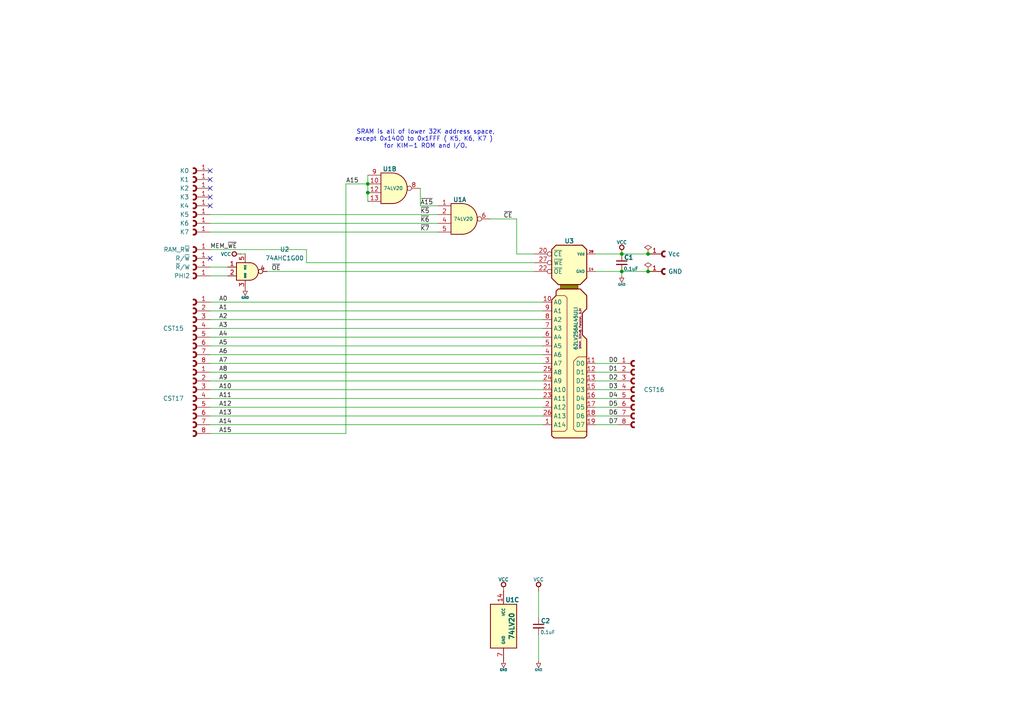
<source format=kicad_sch>
(kicad_sch (version 20250114) (generator "eeschema") (generator_version "9.0")
  (paper "A4")
  (title_block (title "SRAM Module, 32Kx8, for KIM-1") (rev "A") (company "Circuit Monkey"))
  (lib_symbols
    (symbol "74LS20_1" (pin_names (offset 1.016))
      (property "Reference" "U" (at 2.54 7.62 0))
      (property "Value" "74LS20" (at 2.4 0 90))
      (symbol "74LS20_1_1_1"
        (arc (start -0.635 4.445) (mid 3.7907 0) (end -0.635 -4.445) (stroke (width 0.254)) (fill (type background)))
        (polyline (pts (xy -0.635 4.445) (xy -3.81 4.445) (xy -3.81 -4.445) (xy -0.635 -4.445)) (stroke (width 0.254)) (fill (type background)))
        (pin input line (at -7.62 3.81 0) (length 3.81) (name "~") (number "1"))
        (pin input line (at -7.62 1.27 0) (length 3.81) (name "~") (number "2"))
        (pin input line (at -7.62 -1.27 0) (length 3.81) (name "~") (number "4"))
        (pin input line (at -7.62 -3.81 0) (length 3.81) (name "~") (number "5"))
        (pin output inverted (at 7.62 0 180) (length 3.81) (name "~") (number "6"))
      )
      (symbol "74LS20_1_1_2"
        (arc (start -3.81 4.445) (mid -2.5908 0) (end -3.81 -4.445) (stroke (width 0.254)))
        (polyline (pts (xy -3.81 4.445) (xy -0.635 4.445)) (stroke (width 0.254)) (fill (type background)))
        (polyline (pts (xy -3.81 -4.445) (xy -0.635 -4.445)) (stroke (width 0.254)) (fill (type background)))
        (arc (start -0.6096 4.445) (mid 2.2198 2.8385) (end 3.81 0) (stroke (width 0.254)) (fill (type background)))
        (arc (start 3.81 0) (mid 2.224 -2.8428) (end -0.6096 -4.445) (stroke (width 0.254)) (fill (type background)))
        (polyline (pts (xy -0.635 4.445) (xy -3.81 4.445) (xy -3.81 4.445) (xy -3.6322 4.0894) (xy -3.0988 2.921) (xy -2.7686 1.6764) (xy -2.6162 0.4318) (xy -2.6416 -0.8636) (xy -2.8702 -2.1082) (xy -3.2512 -3.3274) (xy -3.81 -4.445) (xy -3.81 -4.445) (xy -0.635 -4.445)) (stroke (width -25.4)) (fill (type background)))
        (pin input inverted (at -7.62 3.81 0) (length 3.81) (name "~") (number "1"))
        (pin input inverted (at -7.62 1.27 0) (length 4.826) (name "~") (number "2"))
        (pin input inverted (at -7.62 -1.27 0) (length 4.826) (name "~") (number "4"))
        (pin input inverted (at -7.62 -3.81 0) (length 3.81) (name "~") (number "5"))
        (pin output line (at 7.62 0 180) (length 3.81) (name "~") (number "6"))
      )
      (symbol "74LS20_1_2_1"
        (arc (start -0.635 4.445) (mid 3.7907 0) (end -0.635 -4.445) (stroke (width 0.254)) (fill (type background)))
        (polyline (pts (xy -0.635 4.445) (xy -3.81 4.445) (xy -3.81 -4.445) (xy -0.635 -4.445)) (stroke (width 0.254)) (fill (type background)))
        (pin input line (at -7.62 3.81 0) (length 3.81) (name "~") (number "9"))
        (pin input line (at -7.62 1.27 0) (length 3.81) (name "~") (number "10"))
        (pin input line (at -7.62 -1.27 0) (length 3.81) (name "~") (number "12"))
        (pin input line (at -7.62 -3.81 0) (length 3.81) (name "~") (number "13"))
        (pin output inverted (at 7.62 0 180) (length 3.81) (name "~") (number "8"))
      )
      (symbol "74LS20_1_2_2"
        (arc (start -3.81 4.445) (mid -2.5908 0) (end -3.81 -4.445) (stroke (width 0.254)))
        (polyline (pts (xy -3.81 4.445) (xy -0.635 4.445)) (stroke (width 0.254)) (fill (type background)))
        (polyline (pts (xy -3.81 -4.445) (xy -0.635 -4.445)) (stroke (width 0.254)) (fill (type background)))
        (arc (start -0.6096 4.445) (mid 2.2198 2.8385) (end 3.81 0) (stroke (width 0.254)) (fill (type background)))
        (arc (start 3.81 0) (mid 2.224 -2.8428) (end -0.6096 -4.445) (stroke (width 0.254)) (fill (type background)))
        (polyline (pts (xy -0.635 4.445) (xy -3.81 4.445) (xy -3.81 4.445) (xy -3.6322 4.0894) (xy -3.0988 2.921) (xy -2.7686 1.6764) (xy -2.6162 0.4318) (xy -2.6416 -0.8636) (xy -2.8702 -2.1082) (xy -3.2512 -3.3274) (xy -3.81 -4.445) (xy -3.81 -4.445) (xy -0.635 -4.445)) (stroke (width -25.4)) (fill (type background)))
        (pin input inverted (at -7.62 3.81 0) (length 3.81) (name "~") (number "9"))
        (pin input inverted (at -7.62 1.27 0) (length 4.826) (name "~") (number "10"))
        (pin input inverted (at -7.62 -1.27 0) (length 4.826) (name "~") (number "12"))
        (pin input inverted (at -7.62 -3.81 0) (length 3.81) (name "~") (number "13"))
        (pin output line (at 7.62 0 180) (length 3.81) (name "~") (number "8"))
      )
      (symbol "74LS20_1_3_0"
        (pin power_in line (at 0 10.16 270) (length 3.81) (name "VCC") (number "14"))
        (pin power_in line (at 0 -10.16 90) (length 3.81) (name "GND") (number "7"))
      )
      (symbol "74LS20_1_3_1"
        (rectangle (start -3.81 6.35) (end 3.81 -6.35) (stroke (width 0.254)) (fill (type background)))
      )
    )
    (symbol "CM_74xGxx_Symbols:74AHC1G00"
      (property "Reference" "U" (at -2.54 3.81 0))
      (property "Value" "74AHC1G00" (at 0 -3.81 0))
      (symbol "74AHC1G00_0_1"
        (arc (start 1.27 2.54) (mid 3.81 0) (end 1.27 -2.54) (stroke (width 0.254)) (fill (type background)))
        (polyline (pts (xy 1.27 -2.54) (xy -2.54 -2.54) (xy -2.54 2.54) (xy 1.27 2.54)) (stroke (width 0.254)) (fill (type background)))
      )
      (symbol "74AHC1G00_1_1"
        (pin input line (at -5.08 1.27 0) (length 2.54) (name "~") (number "1"))
        (pin input line (at -5.08 -1.27 0) (length 2.54) (name "~") (number "2"))
        (pin power_in line (at 0 5.08 270) (length 2.54) (name "VCC") (number "5"))
        (pin power_in line (at 0 -5.08 90) (length 2.54) (name "GND") (number "3"))
        (pin output inverted (at 6.35 0 180) (length 2.54) (name "~") (number "4"))
      )
    )
    (symbol "CM_74xx:74LS20" (pin_names (offset 1.016))
      (property "Reference" "U" (at 0 1.27 0))
      (property "Value" "74LS20" (at 0 -1.27 0))
      (symbol "74LS20_1_1"
        (arc (start -0.635 4.445) (mid 3.7907 0) (end -0.635 -4.445) (stroke (width 0.254)) (fill (type background)))
        (polyline (pts (xy -0.635 4.445) (xy -3.81 4.445) (xy -3.81 -4.445) (xy -0.635 -4.445)) (stroke (width 0.254)) (fill (type background)))
        (pin input line (at -7.62 3.81 0) (length 3.81) (name "~") (number "1"))
        (pin input line (at -7.62 1.27 0) (length 3.81) (name "~") (number "2"))
        (pin input line (at -7.62 -1.27 0) (length 3.81) (name "~") (number "4"))
        (pin input line (at -7.62 -3.81 0) (length 3.81) (name "~") (number "5"))
        (pin output inverted (at 7.62 0 180) (length 3.81) (name "~") (number "6"))
      )
      (symbol "74LS20_1_2"
        (arc (start -3.81 4.445) (mid -2.5908 0) (end -3.81 -4.445) (stroke (width 0.254)))
        (polyline (pts (xy -3.81 4.445) (xy -0.635 4.445)) (stroke (width 0.254)) (fill (type background)))
        (polyline (pts (xy -3.81 -4.445) (xy -0.635 -4.445)) (stroke (width 0.254)) (fill (type background)))
        (arc (start -0.6096 4.445) (mid 2.2198 2.8385) (end 3.81 0) (stroke (width 0.254)) (fill (type background)))
        (arc (start 3.81 0) (mid 2.224 -2.8428) (end -0.6096 -4.445) (stroke (width 0.254)) (fill (type background)))
        (polyline (pts (xy -0.635 4.445) (xy -3.81 4.445) (xy -3.81 4.445) (xy -3.6322 4.0894) (xy -3.0988 2.921) (xy -2.7686 1.6764) (xy -2.6162 0.4318) (xy -2.6416 -0.8636) (xy -2.8702 -2.1082) (xy -3.2512 -3.3274) (xy -3.81 -4.445) (xy -3.81 -4.445) (xy -0.635 -4.445)) (stroke (width -25.4)) (fill (type background)))
        (pin input inverted (at -7.62 3.81 0) (length 3.81) (name "~") (number "1"))
        (pin input inverted (at -7.62 1.27 0) (length 4.826) (name "~") (number "2"))
        (pin input inverted (at -7.62 -1.27 0) (length 4.826) (name "~") (number "4"))
        (pin input inverted (at -7.62 -3.81 0) (length 3.81) (name "~") (number "5"))
        (pin output line (at 7.62 0 180) (length 3.81) (name "~") (number "6"))
      )
      (symbol "74LS20_2_1"
        (arc (start -0.635 4.445) (mid 3.7907 0) (end -0.635 -4.445) (stroke (width 0.254)) (fill (type background)))
        (polyline (pts (xy -0.635 4.445) (xy -3.81 4.445) (xy -3.81 -4.445) (xy -0.635 -4.445)) (stroke (width 0.254)) (fill (type background)))
        (pin input line (at -7.62 3.81 0) (length 3.81) (name "~") (number "9"))
        (pin input line (at -7.62 1.27 0) (length 3.81) (name "~") (number "10"))
        (pin input line (at -7.62 -1.27 0) (length 3.81) (name "~") (number "12"))
        (pin input line (at -7.62 -3.81 0) (length 3.81) (name "~") (number "13"))
        (pin output inverted (at 7.62 0 180) (length 3.81) (name "~") (number "8"))
      )
      (symbol "74LS20_2_2"
        (arc (start -3.81 4.445) (mid -2.5908 0) (end -3.81 -4.445) (stroke (width 0.254)))
        (polyline (pts (xy -3.81 4.445) (xy -0.635 4.445)) (stroke (width 0.254)) (fill (type background)))
        (polyline (pts (xy -3.81 -4.445) (xy -0.635 -4.445)) (stroke (width 0.254)) (fill (type background)))
        (arc (start -0.6096 4.445) (mid 2.2198 2.8385) (end 3.81 0) (stroke (width 0.254)) (fill (type background)))
        (arc (start 3.81 0) (mid 2.224 -2.8428) (end -0.6096 -4.445) (stroke (width 0.254)) (fill (type background)))
        (polyline (pts (xy -0.635 4.445) (xy -3.81 4.445) (xy -3.81 4.445) (xy -3.6322 4.0894) (xy -3.0988 2.921) (xy -2.7686 1.6764) (xy -2.6162 0.4318) (xy -2.6416 -0.8636) (xy -2.8702 -2.1082) (xy -3.2512 -3.3274) (xy -3.81 -4.445) (xy -3.81 -4.445) (xy -0.635 -4.445)) (stroke (width -25.4)) (fill (type background)))
        (pin input inverted (at -7.62 3.81 0) (length 3.81) (name "~") (number "9"))
        (pin input inverted (at -7.62 1.27 0) (length 4.826) (name "~") (number "10"))
        (pin input inverted (at -7.62 -1.27 0) (length 4.826) (name "~") (number "12"))
        (pin input inverted (at -7.62 -3.81 0) (length 3.81) (name "~") (number "13"))
        (pin output line (at 7.62 0 180) (length 3.81) (name "~") (number "8"))
      )
      (symbol "74LS20_3_0"
        (pin power_in line (at 0 12.7 270) (length 5.08) (name "VCC") (number "14"))
        (pin power_in line (at 0 -12.7 90) (length 5.08) (name "GND") (number "7"))
      )
      (symbol "74LS20_3_1"
        (rectangle (start -5.08 7.62) (end 5.08 -7.62) (stroke (width 0.254)) (fill (type background)))
      )
    )
    (symbol "CM_Connector_Generic:cast-01" (in_bom no)
      (property "Reference" "CST" (at -5.08 0 0))
      (symbol "cast-01_1_1"
        (polyline (pts (xy -2.5 1) (xy -1.875 1) (xy -1.5 0.75) (xy -1.25 0.375) (xy -1.25 -0.375) (xy -1.5 -0.75) (xy -1.875 -1) (xy -2.5 -1) (xy -2.5 -0.5) (xy -2 -0.5) (xy -1.75 -0.25) (xy -1.75 0.25) (xy -2 0.5) (xy -2.5 0.5) (xy -2.5 1)) (stroke (width -0.0001) (color 194 0 0 1)) (fill (type color) (color 132 0 0 1)))
        (pin passive line (at 2.54 0 180) (length 3.81) (name "") (number "1"))
      )
    )
    (symbol "CM_Connector_Generic:cast-08" (in_bom no)
      (property "Reference" "CST" (at -5.08 0 0))
      (symbol "cast-08_1_1"
        (polyline (pts (xy -2.5 8.62) (xy -1.875 8.62) (xy -1.5 8.37) (xy -1.25 7.995) (xy -1.25 7.245) (xy -1.5 6.87) (xy -1.875 6.62) (xy -2.5 6.62) (xy -2.5 7.12) (xy -2 7.12) (xy -1.75 7.37) (xy -1.75 7.87) (xy -2 8.12) (xy -2.5 8.12) (xy -2.5 8.62)) (stroke (width -0.0001) (color 194 0 0 1)) (fill (type color) (color 132 0 0 1)))
        (polyline (pts (xy -2.5 6.08) (xy -1.875 6.08) (xy -1.5 5.83) (xy -1.25 5.455) (xy -1.25 4.705) (xy -1.5 4.33) (xy -1.875 4.08) (xy -2.5 4.08) (xy -2.5 4.58) (xy -2 4.58) (xy -1.75 4.83) (xy -1.75 5.33) (xy -2 5.58) (xy -2.5 5.58) (xy -2.5 6.08)) (stroke (width -0.0001) (color 194 0 0 1)) (fill (type color) (color 132 0 0 1)))
        (polyline (pts (xy -2.5 3.54) (xy -1.875 3.54) (xy -1.5 3.29) (xy -1.25 2.915) (xy -1.25 2.165) (xy -1.5 1.79) (xy -1.875 1.54) (xy -2.5 1.54) (xy -2.5 2.04) (xy -2 2.04) (xy -1.75 2.29) (xy -1.75 2.79) (xy -2 3.04) (xy -2.5 3.04) (xy -2.5 3.54)) (stroke (width -0.0001) (color 194 0 0 1)) (fill (type color) (color 132 0 0 1)))
        (polyline (pts (xy -2.5 1) (xy -1.875 1) (xy -1.5 0.75) (xy -1.25 0.375) (xy -1.25 -0.375) (xy -1.5 -0.75) (xy -1.875 -1) (xy -2.5 -1) (xy -2.5 -0.5) (xy -2 -0.5) (xy -1.75 -0.25) (xy -1.75 0.25) (xy -2 0.5) (xy -2.5 0.5) (xy -2.5 1)) (stroke (width -0.0001) (color 194 0 0 1)) (fill (type color) (color 132 0 0 1)))
        (polyline (pts (xy -2.5 -1.54) (xy -1.875 -1.54) (xy -1.5 -1.79) (xy -1.25 -2.165) (xy -1.25 -2.915) (xy -1.5 -3.29) (xy -1.875 -3.54) (xy -2.5 -3.54) (xy -2.5 -3.04) (xy -2 -3.04) (xy -1.75 -2.79) (xy -1.75 -2.29) (xy -2 -2.04) (xy -2.5 -2.04) (xy -2.5 -1.54)) (stroke (width -0.0001) (color 194 0 0 1)) (fill (type color) (color 132 0 0 1)))
        (polyline (pts (xy -2.5 -4.08) (xy -1.875 -4.08) (xy -1.5 -4.33) (xy -1.25 -4.705) (xy -1.25 -5.455) (xy -1.5 -5.83) (xy -1.875 -6.08) (xy -2.5 -6.08) (xy -2.5 -5.58) (xy -2 -5.58) (xy -1.75 -5.33) (xy -1.75 -4.83) (xy -2 -4.58) (xy -2.5 -4.58) (xy -2.5 -4.08)) (stroke (width -0.0001) (color 194 0 0 1)) (fill (type color) (color 132 0 0 1)))
        (polyline (pts (xy -2.5 -6.62) (xy -1.875 -6.62) (xy -1.5 -6.87) (xy -1.25 -7.245) (xy -1.25 -7.995) (xy -1.5 -8.37) (xy -1.875 -8.62) (xy -2.5 -8.62) (xy -2.5 -8.12) (xy -2 -8.12) (xy -1.75 -7.87) (xy -1.75 -7.37) (xy -2 -7.12) (xy -2.5 -7.12) (xy -2.5 -6.62)) (stroke (width -0.0001) (color 194 0 0 1)) (fill (type color) (color 132 0 0 1)))
        (polyline (pts (xy -2.5 -9.16) (xy -1.875 -9.16) (xy -1.5 -9.41) (xy -1.25 -9.785) (xy -1.25 -10.535) (xy -1.5 -10.91) (xy -1.875 -11.16) (xy -2.5 -11.16) (xy -2.5 -10.66) (xy -2 -10.66) (xy -1.75 -10.41) (xy -1.75 -9.91) (xy -2 -9.66) (xy -2.5 -9.66) (xy -2.5 -9.16)) (stroke (width -0.0001) (color 194 0 0 1)) (fill (type color) (color 132 0 0 1)))
        (pin passive line (at 2.54 7.62 180) (length 3.81) (name "") (number "1"))
        (pin passive line (at 2.54 5.08 180) (length 3.81) (name "") (number "2"))
        (pin passive line (at 2.54 2.54 180) (length 3.81) (name "") (number "3"))
        (pin passive line (at 2.54 0 180) (length 3.81) (name "") (number "4"))
        (pin passive line (at 2.54 -2.54 180) (length 3.81) (name "") (number "5"))
        (pin passive line (at 2.54 -5.08 180) (length 3.81) (name "") (number "6"))
        (pin passive line (at 2.54 -7.62 180) (length 3.81) (name "") (number "7"))
        (pin passive line (at 2.54 -10.16 180) (length 3.81) (name "") (number "8"))
      )
    )
    (symbol "CM_Memory:SRAM_32Kx8"
      (property "Reference" "U" (at 0 49.9 0))
      (property "Value" "62LV256AL45ULI" (at 1.905 25.4 90))
      (property "Description" "SRAM, 32Kx8, Parallel, 3.3V" (at 3.175 25.4 90))
      (symbol "SRAM_32Kx8_0_1"
        (polyline (pts (xy -5.08 -4.445) (xy -1.27 -4.445) (xy -0.635 -3.81) (xy -0.635 34.29) (xy -1.27 34.925) (xy -3.81 34.925)))
        (polyline (pts (xy -3.81 36.195) (xy -3.175 36.83) (xy 3.175 36.83) (xy 5.08 34.925) (xy 5.08 31.115) (xy 3.81 29.845) (xy 3.81 23.495) (xy 5.08 22.225) (xy 5.08 -5.715) (xy 4.445 -6.35) (xy 0 -6.35) (xy -4.445 -6.35) (xy -5.08 -5.715) (xy -5.08 -4.445) (xy -5.08 33.655) (xy -3.81 34.925) (xy -3.81 36.195)) (stroke (width 0.3)) (fill (type background)))
        (polyline (pts (xy 5.08 -4.445) (xy 1.905 -4.445) (xy 1.27 -3.81) (xy 1.27 15.875) (xy 2.54 17.145) (xy 5.08 17.145)))
      )
      (symbol "SRAM_32Kx8_1_1"
        (rectangle (start -2.54 38.1) (end 2.54 36.83) (fill (type color) (color 132 132 0 1)))
        (polyline (pts (xy 2.54 38.1) (xy -3.175 38.1) (xy -5.08 40.005) (xy -5.08 48.26) (xy -3.81 49.53) (xy 3.81 49.53) (xy 5.08 48.26) (xy 5.08 40.005) (xy 3.175 38.1) (xy 2.54 38.1)) (stroke (width 0.3)) (fill (type background)))
        (pin input inverted (at -10.16 46.99 0) (length 5.08) (name "~{CE}") (number "20"))
        (pin input inverted (at -10.16 44.45 0) (length 5.08) (name "~{WE}") (number "27"))
        (pin input inverted (at -10.16 41.91 0) (length 5.08) (name "~{OE}") (number "22"))
        (pin input line (at -7.62 33.02 0) (length 2.54) (name "A0") (number "10"))
        (pin input line (at -7.62 30.48 0) (length 2.54) (name "A1") (number "9"))
        (pin input line (at -7.62 27.94 0) (length 2.54) (name "A2") (number "8"))
        (pin input line (at -7.62 25.4 0) (length 2.54) (name "A3") (number "7"))
        (pin input line (at -7.62 22.86 0) (length 2.54) (name "A4") (number "6"))
        (pin input line (at -7.62 20.32 0) (length 2.54) (name "A5") (number "5"))
        (pin input line (at -7.62 17.78 0) (length 2.54) (name "A6") (number "4"))
        (pin input line (at -7.62 15.24 0) (length 2.54) (name "A7") (number "3"))
        (pin input line (at -7.62 12.7 0) (length 2.54) (name "A8") (number "25"))
        (pin input line (at -7.62 10.16 0) (length 2.54) (name "A9") (number "24"))
        (pin input line (at -7.62 7.62 0) (length 2.54) (name "A10") (number "21"))
        (pin input line (at -7.62 5.08 0) (length 2.54) (name "A11") (number "23"))
        (pin input line (at -7.62 2.54 0) (length 2.54) (name "A12") (number "2"))
        (pin input line (at -7.62 0 0) (length 2.54) (name "A13") (number "26"))
        (pin input line (at -7.62 -2.54 0) (length 2.54) (name "A14") (number "1"))
        (pin power_in line (at 7.62 46.99 180) (length 2.54) (name "Vdd") (number "28"))
        (pin power_in line (at 7.62 41.91 180) (length 2.54) (name "GND") (number "14"))
        (pin tri_state line (at 7.62 15.24 180) (length 2.54) (name "D0") (number "11"))
        (pin tri_state line (at 7.62 12.7 180) (length 2.54) (name "D1") (number "12"))
        (pin tri_state line (at 7.62 10.16 180) (length 2.54) (name "D2") (number "13"))
        (pin tri_state line (at 7.62 7.62 180) (length 2.54) (name "D3") (number "15"))
        (pin tri_state line (at 7.62 5.08 180) (length 2.54) (name "D4") (number "16"))
        (pin tri_state line (at 7.62 2.54 180) (length 2.54) (name "D5") (number "17"))
        (pin tri_state line (at 7.62 0 180) (length 2.54) (name "D6") (number "18"))
        (pin tri_state line (at 7.62 -2.54 180) (length 2.54) (name "D7") (number "19"))
      )
    )
    (symbol "CM_power:GND" (power) (pin_numbers (hide yes)) (pin_names (offset 0) (hide yes))
      (property "Value" "GND" (at 0 -2.1 0))
      (symbol "GND_0_1"
        (polyline (pts (xy 0 0) (xy 0 -0.635) (xy 0.635 -0.635) (xy 0 -1.905) (xy -0.635 -0.635) (xy 0 -0.635)))
      )
      (symbol "GND_1_1"
        (pin power_in line (at 0 0 270) (length 0) (name "~") (number "1"))
      )
    )
    (symbol "CM_power:VCC" (power) (pin_numbers (hide yes)) (pin_names (offset 0) (hide yes))
      (property "Value" "VCC" (at 0 2.794 0))
      (symbol "VCC_0_1"
        (polyline (pts (xy 0 0) (xy 0 1.27)))
      )
      (symbol "VCC_1_1"
        (circle (center 0 1.905) (radius 0.635) (stroke (width 0.3)))
        (pin power_in line (at 0 0 90) (length 0) (name "~") (number "1"))
      )
    )
    (symbol "Device:C_Small" (pin_numbers (hide yes)) (pin_names (offset 0.254) (hide yes))
      (property "Reference" "C" (at 0.254 1.778 0))
      (property "Value" "C_Small" (at 0.254 -2.032 0))
      (symbol "C_Small_0_1"
        (polyline (pts (xy -1.524 0.508) (xy 1.524 0.508)) (stroke (width 0.3048)))
        (polyline (pts (xy -1.524 -0.508) (xy 1.524 -0.508)) (stroke (width 0.3302)))
      )
      (symbol "C_Small_1_1"
        (pin passive line (at 0 2.54 270) (length 2.032) (name "~") (number "1"))
        (pin passive line (at 0 -2.54 90) (length 2.032) (name "~") (number "2"))
      )
    )
    (symbol "power:PWR_FLAG" (power) (pin_numbers (hide yes)) (pin_names (offset 0) (hide yes))
      (property "Value" "PWR_FLAG" (at 0 3.81 0))
      (symbol "PWR_FLAG_0_0"
        (pin power_out line (at 0 0 90) (length 0) (name "~") (number "1"))
      )
      (symbol "PWR_FLAG_0_1"
        (polyline (pts (xy 0 0) (xy 0 1.27) (xy -1.016 1.905) (xy 0 2.54) (xy 1.016 1.905) (xy 0 1.27)))
      )
    )
  )
  (text "SRAM is all of lower 32K address space,\nexcept 0x1400 to 0x1FFF ( K5, K6, K7 ) \nfor KIM-1 ROM and I/O." (at 123.444 40.386 0) (effects (font (size 1.27 1.27))))
  (junction (at 180.34 73.66))
  (junction (at 106.68 55.88))
  (junction (at 180.34 78.74))
  (junction (at 187.96 73.66))
  (junction (at 187.96 78.74))
  (junction (at 106.68 53.34))
  (no_connect (at 60.96 74.93))
  (no_connect (at 60.96 49.53))
  (no_connect (at 60.96 54.61))
  (no_connect (at 60.96 59.69))
  (no_connect (at 60.96 52.07))
  (no_connect (at 60.96 57.15))
  (wire (pts (xy 60.96 72.39) (xy 88.9 72.39)))
  (wire (pts (xy 179.07 123.19) (xy 172.72 123.19)))
  (wire (pts (xy 60.96 90.17) (xy 157.48 90.17)))
  (wire (pts (xy 121.92 59.69) (xy 121.92 54.61)))
  (wire (pts (xy 60.96 100.33) (xy 157.48 100.33)))
  (wire (pts (xy 60.96 80.01) (xy 66.04 80.01)))
  (wire (pts (xy 179.07 120.65) (xy 172.72 120.65)))
  (wire (pts (xy 106.68 53.34) (xy 106.68 55.88)))
  (wire (pts (xy 60.96 95.25) (xy 157.48 95.25)))
  (wire (pts (xy 179.07 105.41) (xy 172.72 105.41)))
  (wire (pts (xy 60.96 87.63) (xy 157.48 87.63)))
  (wire (pts (xy 121.92 59.69) (xy 127 59.69)))
  (wire (pts (xy 172.72 78.74) (xy 180.34 78.74)))
  (wire (pts (xy 60.96 118.11) (xy 157.48 118.11)))
  (wire (pts (xy 106.68 55.88) (xy 106.68 58.42)))
  (wire (pts (xy 69.85 73.66) (xy 71.12 73.66)))
  (wire (pts (xy 60.96 105.41) (xy 157.48 105.41)))
  (wire (pts (xy 60.96 64.77) (xy 127 64.77)))
  (wire (pts (xy 179.07 118.11) (xy 172.72 118.11)))
  (wire (pts (xy 60.96 67.31) (xy 127 67.31)))
  (wire (pts (xy 179.07 107.95) (xy 172.72 107.95)))
  (wire (pts (xy 60.96 115.57) (xy 157.48 115.57)))
  (wire (pts (xy 60.96 110.49) (xy 157.48 110.49)))
  (wire (pts (xy 149.86 73.66) (xy 154.94 73.66)))
  (wire (pts (xy 60.96 77.47) (xy 66.04 77.47)))
  (wire (pts (xy 156.21 171.45) (xy 156.21 179.07)))
  (wire (pts (xy 88.9 76.2) (xy 154.94 76.2)))
  (wire (pts (xy 60.96 92.71) (xy 157.48 92.71)))
  (wire (pts (xy 77.47 78.74) (xy 154.94 78.74)))
  (wire (pts (xy 142.24 63.5) (xy 149.86 63.5)))
  (wire (pts (xy 172.72 73.66) (xy 180.34 73.66)))
  (wire (pts (xy 180.34 78.74) (xy 187.96 78.74)))
  (wire (pts (xy 180.34 80.01) (xy 180.34 78.74)))
  (wire (pts (xy 88.9 72.39) (xy 88.9 76.2)))
  (wire (pts (xy 149.86 63.5) (xy 149.86 73.66)))
  (wire (pts (xy 100.33 53.34) (xy 100.33 125.73)))
  (wire (pts (xy 60.96 123.19) (xy 157.48 123.19)))
  (wire (pts (xy 179.07 110.49) (xy 172.72 110.49)))
  (wire (pts (xy 60.96 113.03) (xy 157.48 113.03)))
  (wire (pts (xy 60.96 120.65) (xy 157.48 120.65)))
  (wire (pts (xy 179.07 115.57) (xy 172.72 115.57)))
  (wire (pts (xy 60.96 97.79) (xy 157.48 97.79)))
  (wire (pts (xy 60.96 107.95) (xy 157.48 107.95)))
  (wire (pts (xy 106.68 50.8) (xy 106.68 53.34)))
  (wire (pts (xy 156.21 191.77) (xy 156.21 184.15)))
  (wire (pts (xy 180.34 73.66) (xy 187.96 73.66)))
  (wire (pts (xy 100.33 53.34) (xy 106.68 53.34)))
  (wire (pts (xy 60.96 62.23) (xy 127 62.23)))
  (wire (pts (xy 60.96 102.87) (xy 157.48 102.87)))
  (wire (pts (xy 60.96 125.73) (xy 100.33 125.73)))
  (wire (pts (xy 179.07 113.03) (xy 172.72 113.03)))
  (label "D4" (at 176.53 115.57 0))
  (label "A9" (at 63.5 110.49 0))
  (label "~{K7}" (at 121.92 67.31 0))
  (label "D3" (at 176.53 113.03 0))
  (label "A1" (at 63.5 90.17 0))
  (label "~{OE}" (at 78.74 78.74 0))
  (label "A15" (at 100.33 53.34 0))
  (label "D5" (at 176.53 118.11 0))
  (label "A11" (at 63.5 115.57 0))
  (label "A15" (at 63.5 125.73 0))
  (label "A10" (at 63.5 113.03 0))
  (label "A12" (at 63.5 118.11 0))
  (label "A13" (at 63.5 120.65 0))
  (label "A3" (at 63.5 95.25 0))
  (label "D2" (at 176.53 110.49 0))
  (label "A7" (at 63.5 105.41 0))
  (label "~{K6}" (at 121.92 64.77 0))
  (label "A0" (at 63.5 87.63 0))
  (label "~{CE}" (at 146.05 63.5 0))
  (label "~{K5}" (at 121.92 62.23 0))
  (label "A14" (at 63.5 123.19 0))
  (label "~{A15}" (at 121.92 59.69 0))
  (label "A5" (at 63.5 100.33 0))
  (label "D7" (at 176.53 123.19 0))
  (label "A6" (at 63.5 102.87 0))
  (label "D6" (at 176.53 120.65 0))
  (label "A2" (at 63.5 92.71 0))
  (label "D1" (at 176.53 107.95 0))
  (label "A4" (at 63.5 97.79 0))
  (label "D0" (at 176.53 105.41 0))
  (label "A8" (at 63.5 107.95 0))
  (label "MEM_~{WE}" (at 60.96 72.39 0))
  (symbol (lib_id "CM_Connector_Generic:cast-01") (at 58.42 59.69 0) (unit 1) (in_bom no)
    (property "Reference" "CST5" (effects (hide yes)))
    (property "Value" "K4" (at 54.864 59.69 0) (effects (justify right)))
    (property "Footprint" "CM_Connector_Castelated:cast-2.0-01P" (effects (hide yes)))
    (property "Description" "Castelated PCB Edge - 2.0mm - 1P" (effects (hide yes)))
  )
  (symbol (lib_id "CM_power:GND") (at 156.21 191.77 0) (unit 1)
    (property "Reference" "#PWR08" (effects (hide yes)))
    (property "Value" "GND" (at 156.21 193.87 0) (effects (font (size 0.7 0.7)) (justify top)))
    (property "Description" "Power symbol creates a global label with name \"GND\" , ground" (effects (hide yes)))
  )
  (symbol (lib_id "CM_Connector_Generic:cast-01") (at 58.42 80.01 0) (unit 1) (in_bom no)
    (property "Reference" "CST14" (effects (hide yes)))
    (property "Value" "PHI2" (at 55.118 80.01 0) (effects (justify right)))
    (property "Footprint" "CM_Connector_Castelated:cast-2.0-01P" (effects (hide yes)))
    (property "Description" "Castelated PCB Edge - 2.0mm - 1P" (effects (hide yes)))
  )
  (symbol (lib_id "CM_power:GND") (at 180.34 80.01 0) (unit 1)
    (property "Reference" "#PWR03" (effects (hide yes)))
    (property "Value" "GND" (at 180.34 82.11 0) (effects (font (size 0.7 0.7)) (justify top)))
    (property "Description" "Power symbol creates a global label with name \"GND\" , ground" (effects (hide yes)))
  )
  (symbol (lib_id "Device:C_Small") (at 180.34 76.2 0) (unit 1)
    (property "Reference" "C1" (at 180.848 74.676 0) (effects (font (thickness 0.254) (bold yes)) (justify left)))
    (property "Value" "0.1uF" (at 180.848 77.978 0) (effects (font (size 1 1)) (justify left)))
    (property "Footprint" "Capacitor_SMD:C_0603_1608Metric" (effects (hide yes)))
    (property "Description" "Unpolarized capacitor, small symbol" (effects (hide yes)))
  )
  (symbol (lib_id "CM_Connector_Generic:cast-08") (at 58.42 115.57 0) (unit 1) (in_bom no)
    (property "Reference" "CST17" (at 53.34 115.57 0) (effects (justify right)))
    (property "Value" "DATA I/O" (effects (hide yes)))
    (property "Footprint" "CM_Connector_Castelated:cast-2.0-08P" (effects (hide yes)))
    (property "Description" "Castelated PCB Edge - 2mm Pitch - 8 Pins" (effects (hide yes)))
  )
  (symbol (lib_id "CM_power:GND") (at 146.05 191.77 0) (unit 1)
    (property "Reference" "#PWR07" (effects (hide yes)))
    (property "Value" "GND" (at 146.05 193.87 0) (effects (font (size 0.7 0.7)) (justify top)))
    (property "Description" "Power symbol creates a global label with name \"GND\" , ground" (effects (hide yes)))
  )
  (symbol (lib_id "CM_Connector_Generic:cast-01") (at 58.42 54.61 0) (unit 1) (in_bom no)
    (property "Reference" "CST3" (effects (hide yes)))
    (property "Value" "K2" (at 54.864 54.61 0) (effects (justify right)))
    (property "Footprint" "CM_Connector_Castelated:cast-2.0-01P" (effects (hide yes)))
    (property "Description" "Castelated PCB Edge - 2.0mm - 1P" (effects (hide yes)))
  )
  (symbol (lib_id "CM_Connector_Generic:cast-08") (at 181.61 113.03 0) (mirror y) (unit 1) (in_bom no)
    (property "Reference" "CST16" (at 186.69 113.03 0) (effects (justify right)))
    (property "Value" "DATA I/O" (effects (hide yes)))
    (property "Footprint" "CM_Connector_Castelated:cast-2.0-08P" (effects (hide yes)))
    (property "Description" "Castelated PCB Edge - 2mm Pitch - 8 Pins" (effects (hide yes)))
  )
  (symbol (lib_id "CM_74xGxx_Symbols:74AHC1G00") (at 71.12 78.74 0) (unit 1)
    (property "Reference" "U2" (at 82.55 72.3198 0))
    (property "Value" "74AHC1G00" (at 82.55 74.8598 0))
    (property "Footprint" "Package_TO_SOT_SMD:SOT-353_SC-70-5" (effects (hide yes)))
    (property "Datasheet" "http://www.ti.com/lit/sg/scyt129e/scyt129e.pdf" (effects (hide yes)))
    (property "Description" "Single NAND Gate, Low-Voltage CMOS" (effects (hide yes)))
    (property "MPN" "MC74HC1G00DFT1G" (effects (hide yes)))
  )
  (symbol (lib_id "CM_Connector_Generic:cast-01") (at 58.42 62.23 0) (unit 1) (in_bom no)
    (property "Reference" "CST6" (effects (hide yes)))
    (property "Value" "K5" (at 54.864 62.23 0) (effects (justify right)))
    (property "Footprint" "CM_Connector_Castelated:cast-2.0-01P" (effects (hide yes)))
    (property "Description" "Castelated PCB Edge - 2.0mm - 1P" (effects (hide yes)))
  )
  (symbol (lib_id "power:PWR_FLAG") (at 187.96 73.66 0) (unit 1)
    (property "Reference" "#FLG01" (effects (hide yes)))
    (property "Value" "PWR_FLAG" (effects (hide yes)))
    (property "Description" "Special symbol for telling ERC where power comes from" (effects (hide yes)))
  )
  (symbol (lib_id "CM_power:GND") (at 71.12 83.82 0) (unit 1)
    (property "Reference" "#PWR04" (effects (hide yes)))
    (property "Value" "GND" (at 71.12 85.92 0) (effects (font (size 0.7 0.7)) (justify top)))
    (property "Description" "Power symbol creates a global label with name \"GND\" , ground" (effects (hide yes)))
  )
  (symbol (lib_name "74LS20_1") (lib_id "CM_74xx:74LS20") (at 146.05 181.61 0) (unit 3)
    (property "Reference" "U1" (at 148.59 173.99 0) (effects (font (thickness 0.254) (bold yes))))
    (property "Value" "74LV20" (at 148.45 181.61 90) (effects (font (size 1.4 1.4) (thickness 0.28) (bold yes))))
    (property "Footprint" "Package_SO:SOIC-14_3.9x8.7mm_P1.27mm" (effects (hide yes)))
    (property "Datasheet" "http://www.ti.com/lit/gpn/sn74LS20" (effects (hide yes)))
    (property "Description" "Dual 4-input NAND" (effects (hide yes)))
  )
  (symbol (lib_id "CM_Connector_Generic:cast-01") (at 58.42 57.15 0) (unit 1) (in_bom no)
    (property "Reference" "CST4" (effects (hide yes)))
    (property "Value" "K3" (at 54.864 57.15 0) (effects (justify right)))
    (property "Footprint" "CM_Connector_Castelated:cast-2.0-01P" (effects (hide yes)))
    (property "Description" "Castelated PCB Edge - 2.0mm - 1P" (effects (hide yes)))
  )
  (symbol (lib_id "CM_Connector_Generic:cast-01") (at 58.42 64.77 0) (unit 1) (in_bom no)
    (property "Reference" "CST7" (effects (hide yes)))
    (property "Value" "K6" (at 54.864 64.77 0) (effects (justify right)))
    (property "Footprint" "CM_Connector_Castelated:cast-2.0-01P" (effects (hide yes)))
    (property "Description" "Castelated PCB Edge - 2.0mm - 1P" (effects (hide yes)))
  )
  (symbol (lib_id "CM_74xx:74LS20") (at 114.3 54.61 0) (unit 2)
    (property "Reference" "U1" (at 113.03 49.022 0) (effects (font (thickness 0.254) (bold yes))))
    (property "Value" "74LV20" (at 114.046 54.61 0) (effects (font (size 1 1))))
    (property "Footprint" "Package_SO:SOIC-14_3.9x8.7mm_P1.27mm" (effects (hide yes)))
    (property "Datasheet" "http://www.ti.com/lit/gpn/sn74LS20" (effects (hide yes)))
    (property "Description" "Dual 4-input NAND" (effects (hide yes)))
  )
  (symbol (lib_id "CM_Connector_Generic:cast-01") (at 190.5 73.66 0) (mirror y) (unit 1) (in_bom no)
    (property "Reference" "CST10" (effects (hide yes)))
    (property "Value" "Vcc" (at 193.802 73.66 0) (effects (justify right)))
    (property "Footprint" "CM_Connector_Castelated:cast-2.0-01P" (effects (hide yes)))
    (property "Description" "Castelated PCB Edge - 2.0mm - 1P" (effects (hide yes)))
  )
  (symbol (lib_id "CM_Memory:SRAM_32Kx8") (at 165.1 120.65 0) (unit 1)
    (property "Reference" "U3" (at 165.1 70.75 0) (effects (font (thickness 0.254) (bold yes)) (justify bottom)))
    (property "Value" "62LV256AL45ULI" (at 167.005 95.25 90) (effects (font (size 1 1) (thickness 0.2) (bold yes))))
    (property "Footprint" "CM_Chip_Packages:SOIC-28_18x9" (effects (hide yes)))
    (property "Datasheet" "https://www.mouser.com/datasheet/2/198/62_65LV256AL-258445.pdf" (effects (hide yes)))
    (property "Description" "SRAM, 32Kx8, Parallel, 3.3V" (at 168.275 95.25 90) (effects (font (size 0.55 0.55))))
  )
  (symbol (lib_id "CM_74xx:74LS20") (at 134.62 63.5 0) (unit 1)
    (property "Reference" "U1" (at 133.35 57.912 0) (effects (font (thickness 0.254) (bold yes))))
    (property "Value" "74LV20" (at 134.366 63.5 0) (effects (font (size 1 1))))
    (property "Footprint" "Package_SO:SOIC-14_3.9x8.7mm_P1.27mm" (effects (hide yes)))
    (property "Datasheet" "http://www.ti.com/lit/gpn/sn74LS20" (effects (hide yes)))
    (property "Description" "Dual 4-input NAND" (effects (hide yes)))
  )
  (symbol (lib_id "CM_power:VCC") (at 69.85 73.66 90) (unit 1)
    (property "Reference" "#PWR01" (effects (hide yes)))
    (property "Value" "VCC" (at 65.532 73.152 90) (effects (font (size 1 1)) (justify bottom)))
    (property "Description" "Power symbol creates a global label with name \"VCC\"" (effects (hide yes)))
  )
  (symbol (lib_id "CM_Connector_Generic:cast-01") (at 58.42 74.93 0) (unit 1) (in_bom no)
    (property "Reference" "CST11" (effects (hide yes)))
    (property "Value" "R/~{W}" (at 55.118 74.93 0) (effects (justify right)))
    (property "Footprint" "CM_Connector_Castelated:cast-2.0-01P" (effects (hide yes)))
    (property "Description" "Castelated PCB Edge - 2.0mm - 1P" (effects (hide yes)))
  )
  (symbol (lib_id "CM_Connector_Generic:cast-01") (at 190.5 78.74 0) (mirror y) (unit 1) (in_bom no)
    (property "Reference" "CST13" (effects (hide yes)))
    (property "Value" "GND" (at 193.802 78.74 0) (effects (justify right)))
    (property "Footprint" "CM_Connector_Castelated:cast-2.0-01P" (effects (hide yes)))
    (property "Description" "Castelated PCB Edge - 2.0mm - 1P" (effects (hide yes)))
  )
  (symbol (lib_id "CM_power:VCC") (at 156.21 171.45 0) (unit 1)
    (property "Reference" "#PWR06" (effects (hide yes)))
    (property "Value" "VCC" (at 156.21 168.656 0) (effects (font (size 1 1)) (justify bottom)))
    (property "Description" "Power symbol creates a global label with name \"VCC\"" (effects (hide yes)))
  )
  (symbol (lib_id "CM_power:VCC") (at 180.34 73.66 0) (unit 1)
    (property "Reference" "#PWR02" (effects (hide yes)))
    (property "Value" "VCC" (at 180.34 70.866 0) (effects (font (size 1 1)) (justify bottom)))
    (property "Description" "Power symbol creates a global label with name \"VCC\"" (effects (hide yes)))
  )
  (symbol (lib_id "CM_Connector_Generic:cast-01") (at 58.42 77.47 0) (unit 1) (in_bom no)
    (property "Reference" "CST12" (effects (hide yes)))
    (property "Value" "~{R}/W" (at 55.118 77.47 0) (effects (justify right)))
    (property "Footprint" "CM_Connector_Castelated:cast-2.0-01P" (effects (hide yes)))
    (property "Description" "Castelated PCB Edge - 2.0mm - 1P" (effects (hide yes)))
  )
  (symbol (lib_id "CM_Connector_Generic:cast-01") (at 58.42 67.31 0) (unit 1) (in_bom no)
    (property "Reference" "CST8" (effects (hide yes)))
    (property "Value" "K7" (at 54.864 67.31 0) (effects (justify right)))
    (property "Footprint" "CM_Connector_Castelated:cast-2.0-01P" (effects (hide yes)))
    (property "Description" "Castelated PCB Edge - 2.0mm - 1P" (effects (hide yes)))
  )
  (symbol (lib_id "CM_Connector_Generic:cast-01") (at 58.42 72.39 0) (unit 1) (in_bom no)
    (property "Reference" "CST9" (effects (hide yes)))
    (property "Value" "RAM_R~{W}" (at 55.118 72.39 0) (effects (justify right)))
    (property "Footprint" "CM_Connector_Castelated:cast-2.0-01P" (effects (hide yes)))
    (property "Description" "Castelated PCB Edge - 2.0mm - 1P" (effects (hide yes)))
  )
  (symbol (lib_id "Device:C_Small") (at 156.21 181.61 0) (unit 1)
    (property "Reference" "C2" (at 156.718 180.086 0) (effects (font (thickness 0.254) (bold yes)) (justify left)))
    (property "Value" "0.1uF" (at 156.718 183.388 0) (effects (font (size 1 1)) (justify left)))
    (property "Footprint" "Capacitor_SMD:C_0603_1608Metric" (effects (hide yes)))
    (property "Description" "Unpolarized capacitor, small symbol" (effects (hide yes)))
  )
  (symbol (lib_id "CM_Connector_Generic:cast-01") (at 58.42 49.53 0) (unit 1) (in_bom no)
    (property "Reference" "CST1" (effects (hide yes)))
    (property "Value" "K0" (at 54.864 49.53 0) (effects (justify right)))
    (property "Footprint" "CM_Connector_Castelated:cast-2.0-01P" (effects (hide yes)))
    (property "Description" "Castelated PCB Edge - 2.0mm - 1P" (effects (hide yes)))
  )
  (symbol (lib_id "power:PWR_FLAG") (at 187.96 78.74 0) (unit 1)
    (property "Reference" "#FLG02" (effects (hide yes)))
    (property "Value" "PWR_FLAG" (effects (hide yes)))
    (property "Description" "Special symbol for telling ERC where power comes from" (effects (hide yes)))
  )
  (symbol (lib_id "CM_Connector_Generic:cast-01") (at 58.42 52.07 0) (unit 1) (in_bom no)
    (property "Reference" "CST2" (effects (hide yes)))
    (property "Value" "K1" (at 54.864 52.07 0) (effects (justify right)))
    (property "Footprint" "CM_Connector_Castelated:cast-2.0-01P" (effects (hide yes)))
    (property "Description" "Castelated PCB Edge - 2.0mm - 1P" (effects (hide yes)))
  )
  (symbol (lib_id "CM_Connector_Generic:cast-08") (at 58.42 95.25 0) (unit 1) (in_bom no)
    (property "Reference" "CST15" (at 53.34 95.25 0) (effects (justify right)))
    (property "Value" "DATA I/O" (effects (hide yes)))
    (property "Footprint" "CM_Connector_Castelated:cast-2.0-08P" (effects (hide yes)))
    (property "Description" "Castelated PCB Edge - 2mm Pitch - 8 Pins" (effects (hide yes)))
  )
  (symbol (lib_id "CM_power:VCC") (at 146.05 171.45 0) (unit 1)
    (property "Reference" "#PWR05" (effects (hide yes)))
    (property "Value" "VCC" (at 146.05 168.656 0) (effects (font (size 1 1)) (justify bottom)))
    (property "Description" "Power symbol creates a global label with name \"VCC\"" (effects (hide yes)))
  )
)
</source>
